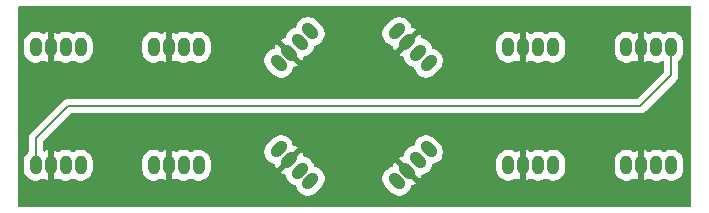
<source format=gbr>
G04 #@! TF.GenerationSoftware,KiCad,Pcbnew,8.0.6*
G04 #@! TF.CreationDate,2025-06-14T18:55:47+01:00*
G04 #@! TF.ProjectId,led-matrix,6c65642d-6d61-4747-9269-782e6b696361,rev?*
G04 #@! TF.SameCoordinates,Original*
G04 #@! TF.FileFunction,Copper,L1,Top*
G04 #@! TF.FilePolarity,Positive*
%FSLAX46Y46*%
G04 Gerber Fmt 4.6, Leading zero omitted, Abs format (unit mm)*
G04 Created by KiCad (PCBNEW 8.0.6) date 2025-06-14 18:55:47*
%MOMM*%
%LPD*%
G01*
G04 APERTURE LIST*
G04 Aperture macros list*
%AMHorizOval*
0 Thick line with rounded ends*
0 $1 width*
0 $2 $3 position (X,Y) of the first rounded end (center of the circle)*
0 $4 $5 position (X,Y) of the second rounded end (center of the circle)*
0 Add line between two ends*
20,1,$1,$2,$3,$4,$5,0*
0 Add two circle primitives to create the rounded ends*
1,1,$1,$2,$3*
1,1,$1,$4,$5*%
G04 Aperture macros list end*
G04 #@! TA.AperFunction,ComponentPad*
%ADD10O,1.000000X1.600000*%
G04 #@! TD*
G04 #@! TA.AperFunction,ComponentPad*
%ADD11HorizOval,1.000000X0.212132X0.212132X-0.212132X-0.212132X0*%
G04 #@! TD*
G04 #@! TA.AperFunction,ComponentPad*
%ADD12HorizOval,1.000000X-0.212132X0.212132X0.212132X-0.212132X0*%
G04 #@! TD*
G04 #@! TA.AperFunction,ViaPad*
%ADD13C,0.600000*%
G04 #@! TD*
G04 #@! TA.AperFunction,Conductor*
%ADD14C,0.200000*%
G04 #@! TD*
G04 APERTURE END LIST*
D10*
X90310000Y-58500000D03*
X89040000Y-58500000D03*
X87770000Y-58500000D03*
X86500000Y-58500000D03*
D11*
X99752038Y-69847038D03*
X98854013Y-68949013D03*
X97955987Y-68050987D03*
X97057962Y-67152962D03*
D10*
X120310000Y-58500000D03*
X119040000Y-58500000D03*
X117770000Y-58500000D03*
X116500000Y-58500000D03*
X120310000Y-68500000D03*
X119040000Y-68500000D03*
X117770000Y-68500000D03*
X116500000Y-68500000D03*
D12*
X109752038Y-67152962D03*
X108854013Y-68050987D03*
X107955987Y-68949013D03*
X107057962Y-69847038D03*
D10*
X80310000Y-58500000D03*
X79040000Y-58500000D03*
X77770000Y-58500000D03*
X76500000Y-58500000D03*
X130310000Y-58500000D03*
X129040000Y-58500000D03*
X127770000Y-58500000D03*
X126500000Y-58500000D03*
X130310000Y-68500000D03*
X129040000Y-68500000D03*
X127770000Y-68500000D03*
X126500000Y-68500000D03*
X80310000Y-68500000D03*
X79040000Y-68500000D03*
X77770000Y-68500000D03*
X76500000Y-68500000D03*
X90310000Y-68500000D03*
X89040000Y-68500000D03*
X87770000Y-68500000D03*
X86500000Y-68500000D03*
D12*
X99752038Y-57152962D03*
X98854013Y-58050987D03*
X97955987Y-58949013D03*
X97057962Y-59847038D03*
D11*
X109752038Y-59847038D03*
X108854013Y-58949013D03*
X107955987Y-58050987D03*
X107057962Y-57152962D03*
D13*
X101950000Y-67850000D03*
X104950000Y-67800000D03*
D14*
X76500000Y-66200000D02*
X76500000Y-68500000D01*
X130310000Y-58500000D02*
X130310000Y-60840000D01*
X79200000Y-63500000D02*
X76500000Y-66200000D01*
X127650000Y-63500000D02*
X79200000Y-63500000D01*
X130310000Y-60840000D02*
X127650000Y-63500000D01*
G04 #@! TA.AperFunction,Conductor*
G36*
X131942539Y-55020185D02*
G01*
X131988294Y-55072989D01*
X131999500Y-55124500D01*
X131999500Y-71875500D01*
X131979815Y-71942539D01*
X131927011Y-71988294D01*
X131875500Y-71999500D01*
X75124500Y-71999500D01*
X75057461Y-71979815D01*
X75011706Y-71927011D01*
X75000500Y-71875500D01*
X75000500Y-68898543D01*
X75499499Y-68898543D01*
X75537947Y-69091829D01*
X75537950Y-69091839D01*
X75613364Y-69273907D01*
X75613371Y-69273920D01*
X75722860Y-69437781D01*
X75722863Y-69437785D01*
X75862214Y-69577136D01*
X75862218Y-69577139D01*
X76026079Y-69686628D01*
X76026092Y-69686635D01*
X76207001Y-69761569D01*
X76208165Y-69762051D01*
X76208169Y-69762051D01*
X76208170Y-69762052D01*
X76401456Y-69800500D01*
X76401459Y-69800500D01*
X76598543Y-69800500D01*
X76752567Y-69769862D01*
X76791835Y-69762051D01*
X76973914Y-69686632D01*
X76973919Y-69686628D01*
X76973922Y-69686627D01*
X76998560Y-69670164D01*
X77066559Y-69624728D01*
X77133234Y-69603850D01*
X77200614Y-69622334D01*
X77204341Y-69624728D01*
X77296321Y-69686188D01*
X77296328Y-69686192D01*
X77478308Y-69761569D01*
X77520000Y-69769862D01*
X77520000Y-68846409D01*
X77605956Y-68896037D01*
X77714048Y-68925000D01*
X77825952Y-68925000D01*
X77934044Y-68896037D01*
X78020000Y-68846409D01*
X78020000Y-69769862D01*
X78061690Y-69761569D01*
X78061692Y-69761569D01*
X78243673Y-69686191D01*
X78243676Y-69686189D01*
X78335657Y-69624729D01*
X78402334Y-69603850D01*
X78469715Y-69622334D01*
X78473440Y-69624728D01*
X78566079Y-69686628D01*
X78566092Y-69686635D01*
X78747001Y-69761569D01*
X78748165Y-69762051D01*
X78748169Y-69762051D01*
X78748170Y-69762052D01*
X78941456Y-69800500D01*
X78941459Y-69800500D01*
X79138543Y-69800500D01*
X79292567Y-69769862D01*
X79331835Y-69762051D01*
X79513914Y-69686632D01*
X79606109Y-69625029D01*
X79672786Y-69604151D01*
X79740166Y-69622635D01*
X79743891Y-69625029D01*
X79835423Y-69686189D01*
X79836086Y-69686632D01*
X79836088Y-69686633D01*
X79836092Y-69686635D01*
X80017001Y-69761569D01*
X80018165Y-69762051D01*
X80018169Y-69762051D01*
X80018170Y-69762052D01*
X80211456Y-69800500D01*
X80211459Y-69800500D01*
X80408543Y-69800500D01*
X80562567Y-69769862D01*
X80601835Y-69762051D01*
X80783914Y-69686632D01*
X80784579Y-69686188D01*
X80786114Y-69685161D01*
X80947782Y-69577139D01*
X81087139Y-69437782D01*
X81196632Y-69273914D01*
X81272051Y-69091835D01*
X81305237Y-68925000D01*
X81310500Y-68898543D01*
X85499499Y-68898543D01*
X85537947Y-69091829D01*
X85537950Y-69091839D01*
X85613364Y-69273907D01*
X85613371Y-69273920D01*
X85722860Y-69437781D01*
X85722863Y-69437785D01*
X85862214Y-69577136D01*
X85862218Y-69577139D01*
X86026079Y-69686628D01*
X86026092Y-69686635D01*
X86207001Y-69761569D01*
X86208165Y-69762051D01*
X86208169Y-69762051D01*
X86208170Y-69762052D01*
X86401456Y-69800500D01*
X86401459Y-69800500D01*
X86598543Y-69800500D01*
X86752567Y-69769862D01*
X86791835Y-69762051D01*
X86973914Y-69686632D01*
X86973919Y-69686628D01*
X86973922Y-69686627D01*
X86998560Y-69670164D01*
X87066559Y-69624728D01*
X87133234Y-69603850D01*
X87200614Y-69622334D01*
X87204341Y-69624728D01*
X87296321Y-69686188D01*
X87296328Y-69686192D01*
X87478308Y-69761569D01*
X87520000Y-69769862D01*
X87520000Y-68846409D01*
X87605956Y-68896037D01*
X87714048Y-68925000D01*
X87825952Y-68925000D01*
X87934044Y-68896037D01*
X88020000Y-68846409D01*
X88020000Y-69769862D01*
X88061690Y-69761569D01*
X88061692Y-69761569D01*
X88243673Y-69686191D01*
X88243676Y-69686189D01*
X88335657Y-69624729D01*
X88402334Y-69603850D01*
X88469715Y-69622334D01*
X88473440Y-69624728D01*
X88566079Y-69686628D01*
X88566092Y-69686635D01*
X88747001Y-69761569D01*
X88748165Y-69762051D01*
X88748169Y-69762051D01*
X88748170Y-69762052D01*
X88941456Y-69800500D01*
X88941459Y-69800500D01*
X89138543Y-69800500D01*
X89292567Y-69769862D01*
X89331835Y-69762051D01*
X89513914Y-69686632D01*
X89606109Y-69625029D01*
X89672786Y-69604151D01*
X89740166Y-69622635D01*
X89743891Y-69625029D01*
X89835423Y-69686189D01*
X89836086Y-69686632D01*
X89836088Y-69686633D01*
X89836092Y-69686635D01*
X90017001Y-69761569D01*
X90018165Y-69762051D01*
X90018169Y-69762051D01*
X90018170Y-69762052D01*
X90211456Y-69800500D01*
X90211459Y-69800500D01*
X90408543Y-69800500D01*
X90562567Y-69769862D01*
X90601835Y-69762051D01*
X90783914Y-69686632D01*
X90784579Y-69686188D01*
X90786114Y-69685161D01*
X90947782Y-69577139D01*
X91087139Y-69437782D01*
X91196632Y-69273914D01*
X91272051Y-69091835D01*
X91305237Y-68925000D01*
X91310500Y-68898543D01*
X91310500Y-68101456D01*
X91272052Y-67908170D01*
X91272051Y-67908169D01*
X91272051Y-67908165D01*
X91243408Y-67839014D01*
X91196635Y-67726092D01*
X91196628Y-67726079D01*
X91087139Y-67562218D01*
X91087136Y-67562214D01*
X90947785Y-67422863D01*
X90947781Y-67422860D01*
X90783920Y-67313371D01*
X90783907Y-67313364D01*
X90670884Y-67266549D01*
X95845330Y-67266549D01*
X95845330Y-67463638D01*
X95883777Y-67656922D01*
X95883779Y-67656930D01*
X95959197Y-67839004D01*
X95959202Y-67839014D01*
X96068690Y-68002874D01*
X96068693Y-68002878D01*
X96208045Y-68142230D01*
X96208049Y-68142233D01*
X96371909Y-68251721D01*
X96371913Y-68251723D01*
X96371916Y-68251725D01*
X96553994Y-68327145D01*
X96663277Y-68348882D01*
X96725186Y-68381266D01*
X96759760Y-68441982D01*
X96760701Y-68446307D01*
X96782282Y-68554802D01*
X96782285Y-68554812D01*
X96857663Y-68736792D01*
X96857664Y-68736794D01*
X96881280Y-68772138D01*
X97534261Y-68119158D01*
X97559950Y-68215031D01*
X97615903Y-68311943D01*
X97695031Y-68391071D01*
X97791943Y-68447024D01*
X97887814Y-68472712D01*
X97234834Y-69125691D01*
X97270183Y-69149311D01*
X97452162Y-69224688D01*
X97452166Y-69224689D01*
X97560664Y-69246270D01*
X97622575Y-69278655D01*
X97657150Y-69339370D01*
X97658091Y-69343696D01*
X97679828Y-69452975D01*
X97679830Y-69452981D01*
X97755248Y-69635055D01*
X97755253Y-69635065D01*
X97864741Y-69798925D01*
X97864744Y-69798929D01*
X98004096Y-69938281D01*
X98004100Y-69938284D01*
X98167960Y-70047772D01*
X98167964Y-70047774D01*
X98167967Y-70047776D01*
X98350045Y-70123196D01*
X98447761Y-70142633D01*
X98458796Y-70144828D01*
X98520707Y-70177212D01*
X98555281Y-70237928D01*
X98556222Y-70242253D01*
X98577853Y-70351000D01*
X98577855Y-70351006D01*
X98653273Y-70533080D01*
X98653278Y-70533090D01*
X98762766Y-70696950D01*
X98762769Y-70696954D01*
X98902121Y-70836306D01*
X98902125Y-70836309D01*
X99065985Y-70945797D01*
X99065989Y-70945799D01*
X99065992Y-70945801D01*
X99248070Y-71021221D01*
X99441361Y-71059669D01*
X99441364Y-71059670D01*
X99441366Y-71059670D01*
X99638448Y-71059670D01*
X99638449Y-71059669D01*
X99831742Y-71021221D01*
X100013820Y-70945801D01*
X100177687Y-70836309D01*
X100741309Y-70272687D01*
X100850801Y-70108820D01*
X100926221Y-69926742D01*
X100964670Y-69733446D01*
X100964670Y-69536366D01*
X100964670Y-69536363D01*
X100964669Y-69536361D01*
X105845330Y-69536361D01*
X105845330Y-69733450D01*
X105883777Y-69926734D01*
X105883779Y-69926742D01*
X105959197Y-70108816D01*
X105959202Y-70108826D01*
X106068690Y-70272686D01*
X106068693Y-70272690D01*
X106632309Y-70836306D01*
X106632313Y-70836309D01*
X106796173Y-70945797D01*
X106796177Y-70945799D01*
X106796180Y-70945801D01*
X106978258Y-71021221D01*
X107171549Y-71059669D01*
X107171552Y-71059670D01*
X107171554Y-71059670D01*
X107368636Y-71059670D01*
X107368637Y-71059669D01*
X107561930Y-71021221D01*
X107744008Y-70945801D01*
X107907875Y-70836309D01*
X108047233Y-70696951D01*
X108156725Y-70533084D01*
X108232145Y-70351006D01*
X108253883Y-70241719D01*
X108286266Y-70179813D01*
X108346981Y-70145238D01*
X108351309Y-70144296D01*
X108459808Y-70122715D01*
X108459811Y-70122714D01*
X108641795Y-70047335D01*
X108641799Y-70047332D01*
X108677138Y-70023718D01*
X108677139Y-70023717D01*
X108024159Y-69370738D01*
X108120031Y-69345050D01*
X108216943Y-69289097D01*
X108296071Y-69209969D01*
X108352024Y-69113057D01*
X108377712Y-69017185D01*
X109030691Y-69670165D01*
X109030692Y-69670164D01*
X109054306Y-69634825D01*
X109054309Y-69634821D01*
X109129688Y-69452837D01*
X109129691Y-69452825D01*
X109151272Y-69344333D01*
X109183656Y-69282422D01*
X109244372Y-69247848D01*
X109248615Y-69246924D01*
X109357981Y-69225170D01*
X109540059Y-69149750D01*
X109703926Y-69040258D01*
X109843284Y-68900900D01*
X109844859Y-68898543D01*
X115499499Y-68898543D01*
X115537947Y-69091829D01*
X115537950Y-69091839D01*
X115613364Y-69273907D01*
X115613371Y-69273920D01*
X115722860Y-69437781D01*
X115722863Y-69437785D01*
X115862214Y-69577136D01*
X115862218Y-69577139D01*
X116026079Y-69686628D01*
X116026092Y-69686635D01*
X116207001Y-69761569D01*
X116208165Y-69762051D01*
X116208169Y-69762051D01*
X116208170Y-69762052D01*
X116401456Y-69800500D01*
X116401459Y-69800500D01*
X116598543Y-69800500D01*
X116752567Y-69769862D01*
X116791835Y-69762051D01*
X116973914Y-69686632D01*
X116973919Y-69686628D01*
X116973922Y-69686627D01*
X116998560Y-69670164D01*
X117066559Y-69624728D01*
X117133234Y-69603850D01*
X117200614Y-69622334D01*
X117204341Y-69624728D01*
X117296321Y-69686188D01*
X117296328Y-69686192D01*
X117478308Y-69761569D01*
X117520000Y-69769862D01*
X117520000Y-68846409D01*
X117605956Y-68896037D01*
X117714048Y-68925000D01*
X117825952Y-68925000D01*
X117934044Y-68896037D01*
X118020000Y-68846409D01*
X118020000Y-69769862D01*
X118061690Y-69761569D01*
X118061692Y-69761569D01*
X118243673Y-69686191D01*
X118243676Y-69686189D01*
X118335657Y-69624729D01*
X118402334Y-69603850D01*
X118469715Y-69622334D01*
X118473440Y-69624728D01*
X118566079Y-69686628D01*
X118566092Y-69686635D01*
X118747001Y-69761569D01*
X118748165Y-69762051D01*
X118748169Y-69762051D01*
X118748170Y-69762052D01*
X118941456Y-69800500D01*
X118941459Y-69800500D01*
X119138543Y-69800500D01*
X119292567Y-69769862D01*
X119331835Y-69762051D01*
X119513914Y-69686632D01*
X119606109Y-69625029D01*
X119672786Y-69604151D01*
X119740166Y-69622635D01*
X119743891Y-69625029D01*
X119835423Y-69686189D01*
X119836086Y-69686632D01*
X119836088Y-69686633D01*
X119836092Y-69686635D01*
X120017001Y-69761569D01*
X120018165Y-69762051D01*
X120018169Y-69762051D01*
X120018170Y-69762052D01*
X120211456Y-69800500D01*
X120211459Y-69800500D01*
X120408543Y-69800500D01*
X120562567Y-69769862D01*
X120601835Y-69762051D01*
X120783914Y-69686632D01*
X120784579Y-69686188D01*
X120786114Y-69685161D01*
X120947782Y-69577139D01*
X121087139Y-69437782D01*
X121196632Y-69273914D01*
X121272051Y-69091835D01*
X121305237Y-68925000D01*
X121310500Y-68898543D01*
X125499499Y-68898543D01*
X125537947Y-69091829D01*
X125537950Y-69091839D01*
X125613364Y-69273907D01*
X125613371Y-69273920D01*
X125722860Y-69437781D01*
X125722863Y-69437785D01*
X125862214Y-69577136D01*
X125862218Y-69577139D01*
X126026079Y-69686628D01*
X126026092Y-69686635D01*
X126207001Y-69761569D01*
X126208165Y-69762051D01*
X126208169Y-69762051D01*
X126208170Y-69762052D01*
X126401456Y-69800500D01*
X126401459Y-69800500D01*
X126598543Y-69800500D01*
X126752567Y-69769862D01*
X126791835Y-69762051D01*
X126973914Y-69686632D01*
X126973919Y-69686628D01*
X126973922Y-69686627D01*
X126998560Y-69670164D01*
X127066559Y-69624728D01*
X127133234Y-69603850D01*
X127200614Y-69622334D01*
X127204341Y-69624728D01*
X127296321Y-69686188D01*
X127296328Y-69686192D01*
X127478308Y-69761569D01*
X127520000Y-69769862D01*
X127520000Y-68846409D01*
X127605956Y-68896037D01*
X127714048Y-68925000D01*
X127825952Y-68925000D01*
X127934044Y-68896037D01*
X128020000Y-68846409D01*
X128020000Y-69769862D01*
X128061690Y-69761569D01*
X128061692Y-69761569D01*
X128243673Y-69686191D01*
X128243676Y-69686189D01*
X128335657Y-69624729D01*
X128402334Y-69603850D01*
X128469715Y-69622334D01*
X128473440Y-69624728D01*
X128566079Y-69686628D01*
X128566092Y-69686635D01*
X128747001Y-69761569D01*
X128748165Y-69762051D01*
X128748169Y-69762051D01*
X128748170Y-69762052D01*
X128941456Y-69800500D01*
X128941459Y-69800500D01*
X129138543Y-69800500D01*
X129292567Y-69769862D01*
X129331835Y-69762051D01*
X129513914Y-69686632D01*
X129606109Y-69625029D01*
X129672786Y-69604151D01*
X129740166Y-69622635D01*
X129743891Y-69625029D01*
X129835423Y-69686189D01*
X129836086Y-69686632D01*
X129836088Y-69686633D01*
X129836092Y-69686635D01*
X130017001Y-69761569D01*
X130018165Y-69762051D01*
X130018169Y-69762051D01*
X130018170Y-69762052D01*
X130211456Y-69800500D01*
X130211459Y-69800500D01*
X130408543Y-69800500D01*
X130562567Y-69769862D01*
X130601835Y-69762051D01*
X130783914Y-69686632D01*
X130784579Y-69686188D01*
X130786114Y-69685161D01*
X130947782Y-69577139D01*
X131087139Y-69437782D01*
X131196632Y-69273914D01*
X131272051Y-69091835D01*
X131305237Y-68925000D01*
X131310500Y-68898543D01*
X131310500Y-68101456D01*
X131272052Y-67908170D01*
X131272051Y-67908169D01*
X131272051Y-67908165D01*
X131243408Y-67839014D01*
X131196635Y-67726092D01*
X131196628Y-67726079D01*
X131087139Y-67562218D01*
X131087136Y-67562214D01*
X130947785Y-67422863D01*
X130947781Y-67422860D01*
X130783920Y-67313371D01*
X130783907Y-67313364D01*
X130601839Y-67237950D01*
X130601829Y-67237947D01*
X130408543Y-67199500D01*
X130408541Y-67199500D01*
X130211459Y-67199500D01*
X130211457Y-67199500D01*
X130018170Y-67237947D01*
X130018160Y-67237950D01*
X129836089Y-67313366D01*
X129743890Y-67374971D01*
X129677213Y-67395848D01*
X129609833Y-67377363D01*
X129606110Y-67374971D01*
X129579740Y-67357352D01*
X129513914Y-67313368D01*
X129513911Y-67313366D01*
X129513910Y-67313366D01*
X129331839Y-67237950D01*
X129331829Y-67237947D01*
X129138543Y-67199500D01*
X129138541Y-67199500D01*
X128941459Y-67199500D01*
X128941457Y-67199500D01*
X128748170Y-67237947D01*
X128748160Y-67237950D01*
X128566093Y-67313364D01*
X128566082Y-67313370D01*
X128473440Y-67375271D01*
X128406762Y-67396148D01*
X128339382Y-67377663D01*
X128335659Y-67375270D01*
X128243684Y-67313814D01*
X128243671Y-67313807D01*
X128061691Y-67238429D01*
X128061683Y-67238427D01*
X128020000Y-67230135D01*
X128020000Y-68153590D01*
X127934044Y-68103963D01*
X127825952Y-68075000D01*
X127714048Y-68075000D01*
X127605956Y-68103963D01*
X127520000Y-68153590D01*
X127520000Y-67230136D01*
X127519999Y-67230135D01*
X127478316Y-67238427D01*
X127478308Y-67238429D01*
X127296325Y-67313809D01*
X127204339Y-67375271D01*
X127137661Y-67396148D01*
X127070281Y-67377663D01*
X127066559Y-67375271D01*
X127034552Y-67353885D01*
X126973914Y-67313368D01*
X126973911Y-67313366D01*
X126973910Y-67313366D01*
X126791839Y-67237950D01*
X126791829Y-67237947D01*
X126598543Y-67199500D01*
X126598541Y-67199500D01*
X126401459Y-67199500D01*
X126401457Y-67199500D01*
X126208170Y-67237947D01*
X126208160Y-67237950D01*
X126026092Y-67313364D01*
X126026079Y-67313371D01*
X125862218Y-67422860D01*
X125862214Y-67422863D01*
X125722863Y-67562214D01*
X125722860Y-67562218D01*
X125613371Y-67726079D01*
X125613364Y-67726092D01*
X125537950Y-67908160D01*
X125537947Y-67908170D01*
X125499500Y-68101456D01*
X125499500Y-68101459D01*
X125499500Y-68898541D01*
X125499500Y-68898543D01*
X125499499Y-68898543D01*
X121310500Y-68898543D01*
X121310500Y-68101456D01*
X121272052Y-67908170D01*
X121272051Y-67908169D01*
X121272051Y-67908165D01*
X121243408Y-67839014D01*
X121196635Y-67726092D01*
X121196628Y-67726079D01*
X121087139Y-67562218D01*
X121087136Y-67562214D01*
X120947785Y-67422863D01*
X120947781Y-67422860D01*
X120783920Y-67313371D01*
X120783907Y-67313364D01*
X120601839Y-67237950D01*
X120601829Y-67237947D01*
X120408543Y-67199500D01*
X120408541Y-67199500D01*
X120211459Y-67199500D01*
X120211457Y-67199500D01*
X120018170Y-67237947D01*
X120018160Y-67237950D01*
X119836089Y-67313366D01*
X119743890Y-67374971D01*
X119677213Y-67395848D01*
X119609833Y-67377363D01*
X119606110Y-67374971D01*
X119579740Y-67357352D01*
X119513914Y-67313368D01*
X119513911Y-67313366D01*
X119513910Y-67313366D01*
X119331839Y-67237950D01*
X119331829Y-67237947D01*
X119138543Y-67199500D01*
X119138541Y-67199500D01*
X118941459Y-67199500D01*
X118941457Y-67199500D01*
X118748170Y-67237947D01*
X118748160Y-67237950D01*
X118566093Y-67313364D01*
X118566082Y-67313370D01*
X118473440Y-67375271D01*
X118406762Y-67396148D01*
X118339382Y-67377663D01*
X118335659Y-67375270D01*
X118243684Y-67313814D01*
X118243671Y-67313807D01*
X118061691Y-67238429D01*
X118061683Y-67238427D01*
X118020000Y-67230135D01*
X118020000Y-68153590D01*
X117934044Y-68103963D01*
X117825952Y-68075000D01*
X117714048Y-68075000D01*
X117605956Y-68103963D01*
X117520000Y-68153590D01*
X117520000Y-67230136D01*
X117519999Y-67230135D01*
X117478316Y-67238427D01*
X117478308Y-67238429D01*
X117296325Y-67313809D01*
X117204339Y-67375271D01*
X117137661Y-67396148D01*
X117070281Y-67377663D01*
X117066559Y-67375271D01*
X117034552Y-67353885D01*
X116973914Y-67313368D01*
X116973911Y-67313366D01*
X116973910Y-67313366D01*
X116791839Y-67237950D01*
X116791829Y-67237947D01*
X116598543Y-67199500D01*
X116598541Y-67199500D01*
X116401459Y-67199500D01*
X116401457Y-67199500D01*
X116208170Y-67237947D01*
X116208160Y-67237950D01*
X116026092Y-67313364D01*
X116026079Y-67313371D01*
X115862218Y-67422860D01*
X115862214Y-67422863D01*
X115722863Y-67562214D01*
X115722860Y-67562218D01*
X115613371Y-67726079D01*
X115613364Y-67726092D01*
X115537950Y-67908160D01*
X115537947Y-67908170D01*
X115499500Y-68101456D01*
X115499500Y-68101459D01*
X115499500Y-68898541D01*
X115499500Y-68898543D01*
X115499499Y-68898543D01*
X109844859Y-68898543D01*
X109952776Y-68737033D01*
X110028196Y-68554955D01*
X110049828Y-68446199D01*
X110082212Y-68384292D01*
X110142928Y-68349718D01*
X110147198Y-68348788D01*
X110256006Y-68327145D01*
X110438084Y-68251725D01*
X110601951Y-68142233D01*
X110741309Y-68002875D01*
X110850801Y-67839008D01*
X110926221Y-67656930D01*
X110964670Y-67463634D01*
X110964670Y-67266554D01*
X110964670Y-67266551D01*
X110964669Y-67266549D01*
X110926222Y-67073265D01*
X110926221Y-67073258D01*
X110850801Y-66891180D01*
X110850799Y-66891177D01*
X110850797Y-66891173D01*
X110741309Y-66727313D01*
X110741306Y-66727309D01*
X110177690Y-66163693D01*
X110177686Y-66163690D01*
X110013826Y-66054202D01*
X110013816Y-66054197D01*
X109831742Y-65978779D01*
X109831734Y-65978777D01*
X109638449Y-65940330D01*
X109638446Y-65940330D01*
X109441366Y-65940330D01*
X109441363Y-65940330D01*
X109248077Y-65978777D01*
X109248069Y-65978779D01*
X109065995Y-66054197D01*
X109065985Y-66054202D01*
X108902125Y-66163690D01*
X108902121Y-66163693D01*
X108762769Y-66303045D01*
X108762766Y-66303049D01*
X108653278Y-66466909D01*
X108653273Y-66466919D01*
X108577855Y-66648993D01*
X108577853Y-66648999D01*
X108556222Y-66757746D01*
X108523837Y-66819657D01*
X108463121Y-66854231D01*
X108458797Y-66855171D01*
X108350050Y-66876802D01*
X108350044Y-66876804D01*
X108167970Y-66952222D01*
X108167960Y-66952227D01*
X108004100Y-67061715D01*
X108004096Y-67061718D01*
X107864744Y-67201070D01*
X107864741Y-67201074D01*
X107755253Y-67364934D01*
X107755248Y-67364944D01*
X107679830Y-67547018D01*
X107679828Y-67547024D01*
X107658091Y-67656302D01*
X107625706Y-67718213D01*
X107564990Y-67752787D01*
X107560666Y-67753727D01*
X107452171Y-67775308D01*
X107452165Y-67775310D01*
X107270180Y-67850690D01*
X107270173Y-67850694D01*
X107234834Y-67874307D01*
X107234833Y-67874307D01*
X107887814Y-68527287D01*
X107791943Y-68552976D01*
X107695031Y-68608929D01*
X107615903Y-68688057D01*
X107559950Y-68784969D01*
X107534261Y-68880840D01*
X106881281Y-68227859D01*
X106881281Y-68227860D01*
X106857668Y-68263199D01*
X106857664Y-68263206D01*
X106782284Y-68445191D01*
X106782282Y-68445197D01*
X106760701Y-68553692D01*
X106728316Y-68615603D01*
X106667600Y-68650177D01*
X106663275Y-68651117D01*
X106554001Y-68672853D01*
X106553993Y-68672855D01*
X106371919Y-68748273D01*
X106371909Y-68748278D01*
X106208049Y-68857766D01*
X106208045Y-68857769D01*
X106068693Y-68997121D01*
X106068690Y-68997125D01*
X105959202Y-69160985D01*
X105959197Y-69160995D01*
X105883779Y-69343069D01*
X105883777Y-69343077D01*
X105845330Y-69536361D01*
X100964669Y-69536361D01*
X100948055Y-69452837D01*
X100926221Y-69343070D01*
X100850801Y-69160992D01*
X100850799Y-69160989D01*
X100850797Y-69160985D01*
X100741309Y-68997125D01*
X100741306Y-68997121D01*
X100601954Y-68857769D01*
X100601950Y-68857766D01*
X100438090Y-68748278D01*
X100438080Y-68748273D01*
X100256006Y-68672855D01*
X100256000Y-68672853D01*
X100147253Y-68651222D01*
X100085342Y-68618837D01*
X100050768Y-68558121D01*
X100049828Y-68553796D01*
X100034480Y-68476636D01*
X100028196Y-68445045D01*
X99952776Y-68262967D01*
X99952774Y-68262964D01*
X99952772Y-68262960D01*
X99843284Y-68099100D01*
X99843281Y-68099096D01*
X99703929Y-67959744D01*
X99703925Y-67959741D01*
X99540065Y-67850253D01*
X99540055Y-67850248D01*
X99357981Y-67774830D01*
X99357975Y-67774828D01*
X99248696Y-67753091D01*
X99186785Y-67720706D01*
X99152211Y-67659990D01*
X99151270Y-67655664D01*
X99129689Y-67547166D01*
X99129688Y-67547162D01*
X99054311Y-67365183D01*
X99030691Y-67329834D01*
X98377712Y-67982813D01*
X98352024Y-67886943D01*
X98296071Y-67790031D01*
X98216943Y-67710903D01*
X98120031Y-67654950D01*
X98024159Y-67629261D01*
X98677139Y-66976281D01*
X98641794Y-66952664D01*
X98641792Y-66952663D01*
X98459812Y-66877285D01*
X98459802Y-66877282D01*
X98351307Y-66855701D01*
X98289396Y-66823316D01*
X98254822Y-66762600D01*
X98253894Y-66758336D01*
X98232145Y-66648994D01*
X98156725Y-66466916D01*
X98156723Y-66466913D01*
X98156721Y-66466909D01*
X98047233Y-66303049D01*
X98047230Y-66303045D01*
X97907878Y-66163693D01*
X97907874Y-66163690D01*
X97744014Y-66054202D01*
X97744004Y-66054197D01*
X97561930Y-65978779D01*
X97561922Y-65978777D01*
X97368637Y-65940330D01*
X97368634Y-65940330D01*
X97171554Y-65940330D01*
X97171551Y-65940330D01*
X96978265Y-65978777D01*
X96978257Y-65978779D01*
X96796183Y-66054197D01*
X96796173Y-66054202D01*
X96632313Y-66163690D01*
X96632309Y-66163693D01*
X96068693Y-66727309D01*
X96068690Y-66727313D01*
X95959202Y-66891173D01*
X95959197Y-66891183D01*
X95883779Y-67073257D01*
X95883777Y-67073265D01*
X95845330Y-67266549D01*
X90670884Y-67266549D01*
X90601839Y-67237950D01*
X90601829Y-67237947D01*
X90408543Y-67199500D01*
X90408541Y-67199500D01*
X90211459Y-67199500D01*
X90211457Y-67199500D01*
X90018170Y-67237947D01*
X90018160Y-67237950D01*
X89836089Y-67313366D01*
X89743890Y-67374971D01*
X89677213Y-67395848D01*
X89609833Y-67377363D01*
X89606110Y-67374971D01*
X89579740Y-67357352D01*
X89513914Y-67313368D01*
X89513911Y-67313366D01*
X89513910Y-67313366D01*
X89331839Y-67237950D01*
X89331829Y-67237947D01*
X89138543Y-67199500D01*
X89138541Y-67199500D01*
X88941459Y-67199500D01*
X88941457Y-67199500D01*
X88748170Y-67237947D01*
X88748160Y-67237950D01*
X88566093Y-67313364D01*
X88566082Y-67313370D01*
X88473440Y-67375271D01*
X88406762Y-67396148D01*
X88339382Y-67377663D01*
X88335659Y-67375270D01*
X88243684Y-67313814D01*
X88243671Y-67313807D01*
X88061691Y-67238429D01*
X88061683Y-67238427D01*
X88020000Y-67230135D01*
X88020000Y-68153590D01*
X87934044Y-68103963D01*
X87825952Y-68075000D01*
X87714048Y-68075000D01*
X87605956Y-68103963D01*
X87520000Y-68153590D01*
X87520000Y-67230136D01*
X87519999Y-67230135D01*
X87478316Y-67238427D01*
X87478308Y-67238429D01*
X87296325Y-67313809D01*
X87204339Y-67375271D01*
X87137661Y-67396148D01*
X87070281Y-67377663D01*
X87066559Y-67375271D01*
X87034552Y-67353885D01*
X86973914Y-67313368D01*
X86973911Y-67313366D01*
X86973910Y-67313366D01*
X86791839Y-67237950D01*
X86791829Y-67237947D01*
X86598543Y-67199500D01*
X86598541Y-67199500D01*
X86401459Y-67199500D01*
X86401457Y-67199500D01*
X86208170Y-67237947D01*
X86208160Y-67237950D01*
X86026092Y-67313364D01*
X86026079Y-67313371D01*
X85862218Y-67422860D01*
X85862214Y-67422863D01*
X85722863Y-67562214D01*
X85722860Y-67562218D01*
X85613371Y-67726079D01*
X85613364Y-67726092D01*
X85537950Y-67908160D01*
X85537947Y-67908170D01*
X85499500Y-68101456D01*
X85499500Y-68101459D01*
X85499500Y-68898541D01*
X85499500Y-68898543D01*
X85499499Y-68898543D01*
X81310500Y-68898543D01*
X81310500Y-68101456D01*
X81272052Y-67908170D01*
X81272051Y-67908169D01*
X81272051Y-67908165D01*
X81243408Y-67839014D01*
X81196635Y-67726092D01*
X81196628Y-67726079D01*
X81087139Y-67562218D01*
X81087136Y-67562214D01*
X80947785Y-67422863D01*
X80947781Y-67422860D01*
X80783920Y-67313371D01*
X80783907Y-67313364D01*
X80601839Y-67237950D01*
X80601829Y-67237947D01*
X80408543Y-67199500D01*
X80408541Y-67199500D01*
X80211459Y-67199500D01*
X80211457Y-67199500D01*
X80018170Y-67237947D01*
X80018160Y-67237950D01*
X79836089Y-67313366D01*
X79743890Y-67374971D01*
X79677213Y-67395848D01*
X79609833Y-67377363D01*
X79606110Y-67374971D01*
X79579740Y-67357352D01*
X79513914Y-67313368D01*
X79513911Y-67313366D01*
X79513910Y-67313366D01*
X79331839Y-67237950D01*
X79331829Y-67237947D01*
X79138543Y-67199500D01*
X79138541Y-67199500D01*
X78941459Y-67199500D01*
X78941457Y-67199500D01*
X78748170Y-67237947D01*
X78748160Y-67237950D01*
X78566093Y-67313364D01*
X78566082Y-67313370D01*
X78473440Y-67375271D01*
X78406762Y-67396148D01*
X78339382Y-67377663D01*
X78335659Y-67375270D01*
X78243684Y-67313814D01*
X78243671Y-67313807D01*
X78061691Y-67238429D01*
X78061683Y-67238427D01*
X78020000Y-67230135D01*
X78020000Y-68153590D01*
X77934044Y-68103963D01*
X77825952Y-68075000D01*
X77714048Y-68075000D01*
X77605956Y-68103963D01*
X77520000Y-68153590D01*
X77520000Y-67230136D01*
X77519999Y-67230135D01*
X77478316Y-67238427D01*
X77478308Y-67238429D01*
X77296324Y-67313809D01*
X77293387Y-67315772D01*
X77291614Y-67316326D01*
X77290952Y-67316681D01*
X77290884Y-67316555D01*
X77226709Y-67336647D01*
X77159329Y-67318160D01*
X77112641Y-67266179D01*
X77100500Y-67212667D01*
X77100500Y-66500097D01*
X77120185Y-66433058D01*
X77136819Y-66412416D01*
X79412417Y-64136819D01*
X79473740Y-64103334D01*
X79500098Y-64100500D01*
X127563331Y-64100500D01*
X127563347Y-64100501D01*
X127570943Y-64100501D01*
X127729054Y-64100501D01*
X127729057Y-64100501D01*
X127881785Y-64059577D01*
X127931904Y-64030639D01*
X128018716Y-63980520D01*
X128130520Y-63868716D01*
X128130520Y-63868714D01*
X128140728Y-63858507D01*
X128140730Y-63858504D01*
X130678713Y-61320521D01*
X130678716Y-61320520D01*
X130790520Y-61208716D01*
X130840639Y-61121904D01*
X130869577Y-61071785D01*
X130910500Y-60919057D01*
X130910500Y-60760943D01*
X130910500Y-59665784D01*
X130930185Y-59598745D01*
X130946819Y-59578103D01*
X131087136Y-59437785D01*
X131087139Y-59437782D01*
X131196632Y-59273914D01*
X131272051Y-59091835D01*
X131305237Y-58925000D01*
X131310500Y-58898543D01*
X131310500Y-58101456D01*
X131272052Y-57908170D01*
X131272051Y-57908169D01*
X131272051Y-57908165D01*
X131243408Y-57839014D01*
X131196635Y-57726092D01*
X131196628Y-57726079D01*
X131087139Y-57562218D01*
X131087136Y-57562214D01*
X130947785Y-57422863D01*
X130947781Y-57422860D01*
X130783920Y-57313371D01*
X130783907Y-57313364D01*
X130601839Y-57237950D01*
X130601829Y-57237947D01*
X130408543Y-57199500D01*
X130408541Y-57199500D01*
X130211459Y-57199500D01*
X130211457Y-57199500D01*
X130018170Y-57237947D01*
X130018160Y-57237950D01*
X129836089Y-57313366D01*
X129743890Y-57374971D01*
X129677213Y-57395848D01*
X129609833Y-57377363D01*
X129606110Y-57374971D01*
X129538557Y-57329834D01*
X129513914Y-57313368D01*
X129513911Y-57313366D01*
X129513910Y-57313366D01*
X129331839Y-57237950D01*
X129331829Y-57237947D01*
X129138543Y-57199500D01*
X129138541Y-57199500D01*
X128941459Y-57199500D01*
X128941457Y-57199500D01*
X128748170Y-57237947D01*
X128748160Y-57237950D01*
X128566093Y-57313364D01*
X128566082Y-57313370D01*
X128473440Y-57375271D01*
X128406762Y-57396148D01*
X128339382Y-57377663D01*
X128335659Y-57375270D01*
X128243684Y-57313814D01*
X128243671Y-57313807D01*
X128061691Y-57238429D01*
X128061683Y-57238427D01*
X128020000Y-57230135D01*
X128020000Y-58153590D01*
X127934044Y-58103963D01*
X127825952Y-58075000D01*
X127714048Y-58075000D01*
X127605956Y-58103963D01*
X127520000Y-58153590D01*
X127520000Y-57230136D01*
X127519999Y-57230135D01*
X127478316Y-57238427D01*
X127478308Y-57238429D01*
X127296325Y-57313809D01*
X127204339Y-57375271D01*
X127137661Y-57396148D01*
X127070281Y-57377663D01*
X127066559Y-57375271D01*
X126998557Y-57329834D01*
X126973914Y-57313368D01*
X126973911Y-57313366D01*
X126973910Y-57313366D01*
X126791839Y-57237950D01*
X126791829Y-57237947D01*
X126598543Y-57199500D01*
X126598541Y-57199500D01*
X126401459Y-57199500D01*
X126401457Y-57199500D01*
X126208170Y-57237947D01*
X126208160Y-57237950D01*
X126026092Y-57313364D01*
X126026079Y-57313371D01*
X125862218Y-57422860D01*
X125862214Y-57422863D01*
X125722863Y-57562214D01*
X125722860Y-57562218D01*
X125613371Y-57726079D01*
X125613364Y-57726092D01*
X125537950Y-57908160D01*
X125537947Y-57908170D01*
X125499500Y-58101456D01*
X125499500Y-58101459D01*
X125499500Y-58898541D01*
X125499500Y-58898543D01*
X125499499Y-58898543D01*
X125537947Y-59091829D01*
X125537950Y-59091839D01*
X125613364Y-59273907D01*
X125613371Y-59273920D01*
X125722860Y-59437781D01*
X125722863Y-59437785D01*
X125862214Y-59577136D01*
X125862218Y-59577139D01*
X126026079Y-59686628D01*
X126026092Y-59686635D01*
X126207001Y-59761569D01*
X126208165Y-59762051D01*
X126208169Y-59762051D01*
X126208170Y-59762052D01*
X126401456Y-59800500D01*
X126401459Y-59800500D01*
X126598543Y-59800500D01*
X126752567Y-59769862D01*
X126791835Y-59762051D01*
X126973914Y-59686632D01*
X126973919Y-59686628D01*
X126973922Y-59686627D01*
X127005115Y-59665784D01*
X127066559Y-59624728D01*
X127133234Y-59603850D01*
X127200614Y-59622334D01*
X127204341Y-59624728D01*
X127296321Y-59686188D01*
X127296328Y-59686192D01*
X127478308Y-59761569D01*
X127520000Y-59769862D01*
X127520000Y-58846409D01*
X127605956Y-58896037D01*
X127714048Y-58925000D01*
X127825952Y-58925000D01*
X127934044Y-58896037D01*
X128020000Y-58846409D01*
X128020000Y-59769862D01*
X128061690Y-59761569D01*
X128061692Y-59761569D01*
X128243673Y-59686191D01*
X128243676Y-59686189D01*
X128335657Y-59624729D01*
X128402334Y-59603850D01*
X128469715Y-59622334D01*
X128473440Y-59624728D01*
X128566079Y-59686628D01*
X128566092Y-59686635D01*
X128747001Y-59761569D01*
X128748165Y-59762051D01*
X128748169Y-59762051D01*
X128748170Y-59762052D01*
X128941456Y-59800500D01*
X128941459Y-59800500D01*
X129138543Y-59800500D01*
X129292567Y-59769862D01*
X129331835Y-59762051D01*
X129513914Y-59686632D01*
X129516602Y-59684835D01*
X129518226Y-59684326D01*
X129519289Y-59683759D01*
X129519396Y-59683960D01*
X129583276Y-59663953D01*
X129650658Y-59682432D01*
X129697353Y-59734407D01*
X129709500Y-59787933D01*
X129709500Y-60539903D01*
X129689815Y-60606942D01*
X129673181Y-60627584D01*
X127437584Y-62863181D01*
X127376261Y-62896666D01*
X127349903Y-62899500D01*
X79286670Y-62899500D01*
X79286654Y-62899499D01*
X79279058Y-62899499D01*
X79120943Y-62899499D01*
X79044579Y-62919961D01*
X78968214Y-62940423D01*
X78968209Y-62940426D01*
X78831290Y-63019475D01*
X78831282Y-63019481D01*
X76019481Y-65831282D01*
X76019479Y-65831285D01*
X75969361Y-65918094D01*
X75969359Y-65918096D01*
X75940425Y-65968209D01*
X75940424Y-65968210D01*
X75940423Y-65968215D01*
X75899499Y-66120943D01*
X75899499Y-66120945D01*
X75899499Y-66289046D01*
X75899500Y-66289059D01*
X75899500Y-67334216D01*
X75879815Y-67401255D01*
X75863181Y-67421897D01*
X75722863Y-67562214D01*
X75722860Y-67562218D01*
X75613371Y-67726079D01*
X75613364Y-67726092D01*
X75537950Y-67908160D01*
X75537947Y-67908170D01*
X75499500Y-68101456D01*
X75499500Y-68101459D01*
X75499500Y-68898541D01*
X75499500Y-68898543D01*
X75499499Y-68898543D01*
X75000500Y-68898543D01*
X75000500Y-58898543D01*
X75499499Y-58898543D01*
X75537947Y-59091829D01*
X75537950Y-59091839D01*
X75613364Y-59273907D01*
X75613371Y-59273920D01*
X75722860Y-59437781D01*
X75722863Y-59437785D01*
X75862214Y-59577136D01*
X75862218Y-59577139D01*
X76026079Y-59686628D01*
X76026092Y-59686635D01*
X76207001Y-59761569D01*
X76208165Y-59762051D01*
X76208169Y-59762051D01*
X76208170Y-59762052D01*
X76401456Y-59800500D01*
X76401459Y-59800500D01*
X76598543Y-59800500D01*
X76752567Y-59769862D01*
X76791835Y-59762051D01*
X76973914Y-59686632D01*
X76973919Y-59686628D01*
X76973922Y-59686627D01*
X77005115Y-59665784D01*
X77066559Y-59624728D01*
X77133234Y-59603850D01*
X77200614Y-59622334D01*
X77204341Y-59624728D01*
X77296321Y-59686188D01*
X77296328Y-59686192D01*
X77478308Y-59761569D01*
X77520000Y-59769862D01*
X77520000Y-58846409D01*
X77605956Y-58896037D01*
X77714048Y-58925000D01*
X77825952Y-58925000D01*
X77934044Y-58896037D01*
X78020000Y-58846409D01*
X78020000Y-59769862D01*
X78061690Y-59761569D01*
X78061692Y-59761569D01*
X78243673Y-59686191D01*
X78243676Y-59686189D01*
X78335657Y-59624729D01*
X78402334Y-59603850D01*
X78469715Y-59622334D01*
X78473440Y-59624728D01*
X78566079Y-59686628D01*
X78566092Y-59686635D01*
X78747001Y-59761569D01*
X78748165Y-59762051D01*
X78748169Y-59762051D01*
X78748170Y-59762052D01*
X78941456Y-59800500D01*
X78941459Y-59800500D01*
X79138543Y-59800500D01*
X79292567Y-59769862D01*
X79331835Y-59762051D01*
X79513914Y-59686632D01*
X79606109Y-59625029D01*
X79672786Y-59604151D01*
X79740166Y-59622635D01*
X79743891Y-59625029D01*
X79835423Y-59686189D01*
X79836086Y-59686632D01*
X79836088Y-59686633D01*
X79836092Y-59686635D01*
X80017001Y-59761569D01*
X80018165Y-59762051D01*
X80018169Y-59762051D01*
X80018170Y-59762052D01*
X80211456Y-59800500D01*
X80211459Y-59800500D01*
X80408543Y-59800500D01*
X80562567Y-59769862D01*
X80601835Y-59762051D01*
X80783914Y-59686632D01*
X80784579Y-59686188D01*
X80790200Y-59682432D01*
X80947782Y-59577139D01*
X81087139Y-59437782D01*
X81196632Y-59273914D01*
X81272051Y-59091835D01*
X81305237Y-58925000D01*
X81310500Y-58898543D01*
X85499499Y-58898543D01*
X85537947Y-59091829D01*
X85537950Y-59091839D01*
X85613364Y-59273907D01*
X85613371Y-59273920D01*
X85722860Y-59437781D01*
X85722863Y-59437785D01*
X85862214Y-59577136D01*
X85862218Y-59577139D01*
X86026079Y-59686628D01*
X86026092Y-59686635D01*
X86207001Y-59761569D01*
X86208165Y-59762051D01*
X86208169Y-59762051D01*
X86208170Y-59762052D01*
X86401456Y-59800500D01*
X86401459Y-59800500D01*
X86598543Y-59800500D01*
X86752567Y-59769862D01*
X86791835Y-59762051D01*
X86973914Y-59686632D01*
X86973919Y-59686628D01*
X86973922Y-59686627D01*
X87005115Y-59665784D01*
X87066559Y-59624728D01*
X87133234Y-59603850D01*
X87200614Y-59622334D01*
X87204341Y-59624728D01*
X87296321Y-59686188D01*
X87296328Y-59686192D01*
X87478308Y-59761569D01*
X87520000Y-59769862D01*
X87520000Y-58846409D01*
X87605956Y-58896037D01*
X87714048Y-58925000D01*
X87825952Y-58925000D01*
X87934044Y-58896037D01*
X88020000Y-58846409D01*
X88020000Y-59769862D01*
X88061690Y-59761569D01*
X88061692Y-59761569D01*
X88243673Y-59686191D01*
X88243676Y-59686189D01*
X88335657Y-59624729D01*
X88402334Y-59603850D01*
X88469715Y-59622334D01*
X88473440Y-59624728D01*
X88566079Y-59686628D01*
X88566092Y-59686635D01*
X88747001Y-59761569D01*
X88748165Y-59762051D01*
X88748169Y-59762051D01*
X88748170Y-59762052D01*
X88941456Y-59800500D01*
X88941459Y-59800500D01*
X89138543Y-59800500D01*
X89292567Y-59769862D01*
X89331835Y-59762051D01*
X89513914Y-59686632D01*
X89606109Y-59625029D01*
X89672786Y-59604151D01*
X89740166Y-59622635D01*
X89743891Y-59625029D01*
X89835423Y-59686189D01*
X89836086Y-59686632D01*
X89836088Y-59686633D01*
X89836092Y-59686635D01*
X90017001Y-59761569D01*
X90018165Y-59762051D01*
X90018169Y-59762051D01*
X90018170Y-59762052D01*
X90211456Y-59800500D01*
X90211459Y-59800500D01*
X90408543Y-59800500D01*
X90562567Y-59769862D01*
X90601835Y-59762051D01*
X90783914Y-59686632D01*
X90784579Y-59686188D01*
X90790200Y-59682432D01*
X90947782Y-59577139D01*
X90988560Y-59536361D01*
X95845330Y-59536361D01*
X95845330Y-59733450D01*
X95883777Y-59926734D01*
X95883779Y-59926742D01*
X95959197Y-60108816D01*
X95959202Y-60108826D01*
X96068690Y-60272686D01*
X96068693Y-60272690D01*
X96632309Y-60836306D01*
X96632313Y-60836309D01*
X96796173Y-60945797D01*
X96796177Y-60945799D01*
X96796180Y-60945801D01*
X96978258Y-61021221D01*
X97171549Y-61059669D01*
X97171552Y-61059670D01*
X97171554Y-61059670D01*
X97368636Y-61059670D01*
X97368637Y-61059669D01*
X97561930Y-61021221D01*
X97744008Y-60945801D01*
X97907875Y-60836309D01*
X98047233Y-60696951D01*
X98156725Y-60533084D01*
X98232145Y-60351006D01*
X98253883Y-60241719D01*
X98286266Y-60179813D01*
X98346981Y-60145238D01*
X98351309Y-60144296D01*
X98459808Y-60122715D01*
X98459811Y-60122714D01*
X98641795Y-60047335D01*
X98641799Y-60047332D01*
X98677138Y-60023718D01*
X98677139Y-60023717D01*
X98024159Y-59370738D01*
X98120031Y-59345050D01*
X98216943Y-59289097D01*
X98296071Y-59209969D01*
X98352024Y-59113057D01*
X98377712Y-59017185D01*
X99030691Y-59670165D01*
X99030692Y-59670164D01*
X99054306Y-59634825D01*
X99054309Y-59634821D01*
X99129688Y-59452837D01*
X99129691Y-59452825D01*
X99151272Y-59344333D01*
X99183656Y-59282422D01*
X99244372Y-59247848D01*
X99248615Y-59246924D01*
X99357981Y-59225170D01*
X99540059Y-59149750D01*
X99703926Y-59040258D01*
X99843284Y-58900900D01*
X99952776Y-58737033D01*
X100028196Y-58554955D01*
X100049828Y-58446199D01*
X100082212Y-58384292D01*
X100142928Y-58349718D01*
X100147198Y-58348788D01*
X100256006Y-58327145D01*
X100438084Y-58251725D01*
X100601951Y-58142233D01*
X100741309Y-58002875D01*
X100850801Y-57839008D01*
X100926221Y-57656930D01*
X100964670Y-57463634D01*
X100964670Y-57266554D01*
X100964670Y-57266551D01*
X100964669Y-57266549D01*
X105845330Y-57266549D01*
X105845330Y-57463638D01*
X105883777Y-57656922D01*
X105883779Y-57656930D01*
X105959197Y-57839004D01*
X105959202Y-57839014D01*
X106068690Y-58002874D01*
X106068693Y-58002878D01*
X106208045Y-58142230D01*
X106208049Y-58142233D01*
X106371909Y-58251721D01*
X106371913Y-58251723D01*
X106371916Y-58251725D01*
X106553994Y-58327145D01*
X106663277Y-58348882D01*
X106725186Y-58381266D01*
X106759760Y-58441982D01*
X106760701Y-58446307D01*
X106782282Y-58554802D01*
X106782285Y-58554812D01*
X106857663Y-58736792D01*
X106857664Y-58736794D01*
X106881280Y-58772138D01*
X107534261Y-58119158D01*
X107559950Y-58215031D01*
X107615903Y-58311943D01*
X107695031Y-58391071D01*
X107791943Y-58447024D01*
X107887814Y-58472712D01*
X107234834Y-59125691D01*
X107270183Y-59149311D01*
X107452162Y-59224688D01*
X107452166Y-59224689D01*
X107560664Y-59246270D01*
X107622575Y-59278655D01*
X107657150Y-59339370D01*
X107658091Y-59343696D01*
X107679828Y-59452975D01*
X107679830Y-59452981D01*
X107755248Y-59635055D01*
X107755253Y-59635065D01*
X107864741Y-59798925D01*
X107864744Y-59798929D01*
X108004096Y-59938281D01*
X108004100Y-59938284D01*
X108167960Y-60047772D01*
X108167964Y-60047774D01*
X108167967Y-60047776D01*
X108350045Y-60123196D01*
X108447761Y-60142633D01*
X108458796Y-60144828D01*
X108520707Y-60177212D01*
X108555281Y-60237928D01*
X108556222Y-60242253D01*
X108577853Y-60351000D01*
X108577855Y-60351006D01*
X108653273Y-60533080D01*
X108653278Y-60533090D01*
X108762766Y-60696950D01*
X108762769Y-60696954D01*
X108902121Y-60836306D01*
X108902125Y-60836309D01*
X109065985Y-60945797D01*
X109065989Y-60945799D01*
X109065992Y-60945801D01*
X109248070Y-61021221D01*
X109441361Y-61059669D01*
X109441364Y-61059670D01*
X109441366Y-61059670D01*
X109638448Y-61059670D01*
X109638449Y-61059669D01*
X109831742Y-61021221D01*
X110013820Y-60945801D01*
X110177687Y-60836309D01*
X110741309Y-60272687D01*
X110850801Y-60108820D01*
X110926221Y-59926742D01*
X110964670Y-59733446D01*
X110964670Y-59536366D01*
X110964670Y-59536363D01*
X110964669Y-59536361D01*
X110948055Y-59452837D01*
X110926221Y-59343070D01*
X110850801Y-59160992D01*
X110850799Y-59160989D01*
X110850797Y-59160985D01*
X110741309Y-58997125D01*
X110741306Y-58997121D01*
X110642728Y-58898543D01*
X115499499Y-58898543D01*
X115537947Y-59091829D01*
X115537950Y-59091839D01*
X115613364Y-59273907D01*
X115613371Y-59273920D01*
X115722860Y-59437781D01*
X115722863Y-59437785D01*
X115862214Y-59577136D01*
X115862218Y-59577139D01*
X116026079Y-59686628D01*
X116026092Y-59686635D01*
X116207001Y-59761569D01*
X116208165Y-59762051D01*
X116208169Y-59762051D01*
X116208170Y-59762052D01*
X116401456Y-59800500D01*
X116401459Y-59800500D01*
X116598543Y-59800500D01*
X116752567Y-59769862D01*
X116791835Y-59762051D01*
X116973914Y-59686632D01*
X116973919Y-59686628D01*
X116973922Y-59686627D01*
X117005115Y-59665784D01*
X117066559Y-59624728D01*
X117133234Y-59603850D01*
X117200614Y-59622334D01*
X117204341Y-59624728D01*
X117296321Y-59686188D01*
X117296328Y-59686192D01*
X117478308Y-59761569D01*
X117520000Y-59769862D01*
X117520000Y-58846409D01*
X117605956Y-58896037D01*
X117714048Y-58925000D01*
X117825952Y-58925000D01*
X117934044Y-58896037D01*
X118020000Y-58846409D01*
X118020000Y-59769862D01*
X118061690Y-59761569D01*
X118061692Y-59761569D01*
X118243673Y-59686191D01*
X118243676Y-59686189D01*
X118335657Y-59624729D01*
X118402334Y-59603850D01*
X118469715Y-59622334D01*
X118473440Y-59624728D01*
X118566079Y-59686628D01*
X118566092Y-59686635D01*
X118747001Y-59761569D01*
X118748165Y-59762051D01*
X118748169Y-59762051D01*
X118748170Y-59762052D01*
X118941456Y-59800500D01*
X118941459Y-59800500D01*
X119138543Y-59800500D01*
X119292567Y-59769862D01*
X119331835Y-59762051D01*
X119513914Y-59686632D01*
X119606109Y-59625029D01*
X119672786Y-59604151D01*
X119740166Y-59622635D01*
X119743891Y-59625029D01*
X119835423Y-59686189D01*
X119836086Y-59686632D01*
X119836088Y-59686633D01*
X119836092Y-59686635D01*
X120017001Y-59761569D01*
X120018165Y-59762051D01*
X120018169Y-59762051D01*
X120018170Y-59762052D01*
X120211456Y-59800500D01*
X120211459Y-59800500D01*
X120408543Y-59800500D01*
X120562567Y-59769862D01*
X120601835Y-59762051D01*
X120783914Y-59686632D01*
X120784579Y-59686188D01*
X120790200Y-59682432D01*
X120947782Y-59577139D01*
X121087139Y-59437782D01*
X121196632Y-59273914D01*
X121272051Y-59091835D01*
X121305237Y-58925000D01*
X121310500Y-58898543D01*
X121310500Y-58101456D01*
X121272052Y-57908170D01*
X121272051Y-57908169D01*
X121272051Y-57908165D01*
X121243408Y-57839014D01*
X121196635Y-57726092D01*
X121196628Y-57726079D01*
X121087139Y-57562218D01*
X121087136Y-57562214D01*
X120947785Y-57422863D01*
X120947781Y-57422860D01*
X120783920Y-57313371D01*
X120783907Y-57313364D01*
X120601839Y-57237950D01*
X120601829Y-57237947D01*
X120408543Y-57199500D01*
X120408541Y-57199500D01*
X120211459Y-57199500D01*
X120211457Y-57199500D01*
X120018170Y-57237947D01*
X120018160Y-57237950D01*
X119836089Y-57313366D01*
X119743890Y-57374971D01*
X119677213Y-57395848D01*
X119609833Y-57377363D01*
X119606110Y-57374971D01*
X119538557Y-57329834D01*
X119513914Y-57313368D01*
X119513911Y-57313366D01*
X119513910Y-57313366D01*
X119331839Y-57237950D01*
X119331829Y-57237947D01*
X119138543Y-57199500D01*
X119138541Y-57199500D01*
X118941459Y-57199500D01*
X118941457Y-57199500D01*
X118748170Y-57237947D01*
X118748160Y-57237950D01*
X118566093Y-57313364D01*
X118566082Y-57313370D01*
X118473440Y-57375271D01*
X118406762Y-57396148D01*
X118339382Y-57377663D01*
X118335659Y-57375270D01*
X118243684Y-57313814D01*
X118243671Y-57313807D01*
X118061691Y-57238429D01*
X118061683Y-57238427D01*
X118020000Y-57230135D01*
X118020000Y-58153590D01*
X117934044Y-58103963D01*
X117825952Y-58075000D01*
X117714048Y-58075000D01*
X117605956Y-58103963D01*
X117520000Y-58153590D01*
X117520000Y-57230136D01*
X117519999Y-57230135D01*
X117478316Y-57238427D01*
X117478308Y-57238429D01*
X117296325Y-57313809D01*
X117204339Y-57375271D01*
X117137661Y-57396148D01*
X117070281Y-57377663D01*
X117066559Y-57375271D01*
X116998557Y-57329834D01*
X116973914Y-57313368D01*
X116973911Y-57313366D01*
X116973910Y-57313366D01*
X116791839Y-57237950D01*
X116791829Y-57237947D01*
X116598543Y-57199500D01*
X116598541Y-57199500D01*
X116401459Y-57199500D01*
X116401457Y-57199500D01*
X116208170Y-57237947D01*
X116208160Y-57237950D01*
X116026092Y-57313364D01*
X116026079Y-57313371D01*
X115862218Y-57422860D01*
X115862214Y-57422863D01*
X115722863Y-57562214D01*
X115722860Y-57562218D01*
X115613371Y-57726079D01*
X115613364Y-57726092D01*
X115537950Y-57908160D01*
X115537947Y-57908170D01*
X115499500Y-58101456D01*
X115499500Y-58101459D01*
X115499500Y-58898541D01*
X115499500Y-58898543D01*
X115499499Y-58898543D01*
X110642728Y-58898543D01*
X110601954Y-58857769D01*
X110601950Y-58857766D01*
X110438090Y-58748278D01*
X110438080Y-58748273D01*
X110256006Y-58672855D01*
X110256000Y-58672853D01*
X110147253Y-58651222D01*
X110085342Y-58618837D01*
X110050768Y-58558121D01*
X110049828Y-58553796D01*
X110034480Y-58476636D01*
X110028196Y-58445045D01*
X109952776Y-58262967D01*
X109952774Y-58262964D01*
X109952772Y-58262960D01*
X109843284Y-58099100D01*
X109843281Y-58099096D01*
X109703929Y-57959744D01*
X109703925Y-57959741D01*
X109540065Y-57850253D01*
X109540055Y-57850248D01*
X109357981Y-57774830D01*
X109357975Y-57774828D01*
X109248696Y-57753091D01*
X109186785Y-57720706D01*
X109152211Y-57659990D01*
X109151270Y-57655664D01*
X109129689Y-57547166D01*
X109129688Y-57547162D01*
X109054311Y-57365183D01*
X109030691Y-57329834D01*
X108377712Y-57982813D01*
X108352024Y-57886943D01*
X108296071Y-57790031D01*
X108216943Y-57710903D01*
X108120031Y-57654950D01*
X108024159Y-57629261D01*
X108677139Y-56976281D01*
X108641794Y-56952664D01*
X108641792Y-56952663D01*
X108459812Y-56877285D01*
X108459802Y-56877282D01*
X108351307Y-56855701D01*
X108289396Y-56823316D01*
X108254822Y-56762600D01*
X108253894Y-56758336D01*
X108232145Y-56648994D01*
X108156725Y-56466916D01*
X108156723Y-56466913D01*
X108156721Y-56466909D01*
X108047233Y-56303049D01*
X108047230Y-56303045D01*
X107907878Y-56163693D01*
X107907874Y-56163690D01*
X107744014Y-56054202D01*
X107744004Y-56054197D01*
X107561930Y-55978779D01*
X107561922Y-55978777D01*
X107368637Y-55940330D01*
X107368634Y-55940330D01*
X107171554Y-55940330D01*
X107171551Y-55940330D01*
X106978265Y-55978777D01*
X106978257Y-55978779D01*
X106796183Y-56054197D01*
X106796173Y-56054202D01*
X106632313Y-56163690D01*
X106632309Y-56163693D01*
X106068693Y-56727309D01*
X106068690Y-56727313D01*
X105959202Y-56891173D01*
X105959197Y-56891183D01*
X105883779Y-57073257D01*
X105883777Y-57073265D01*
X105845330Y-57266549D01*
X100964669Y-57266549D01*
X100926222Y-57073265D01*
X100926221Y-57073258D01*
X100850801Y-56891180D01*
X100850799Y-56891177D01*
X100850797Y-56891173D01*
X100741309Y-56727313D01*
X100741306Y-56727309D01*
X100177690Y-56163693D01*
X100177686Y-56163690D01*
X100013826Y-56054202D01*
X100013816Y-56054197D01*
X99831742Y-55978779D01*
X99831734Y-55978777D01*
X99638449Y-55940330D01*
X99638446Y-55940330D01*
X99441366Y-55940330D01*
X99441363Y-55940330D01*
X99248077Y-55978777D01*
X99248069Y-55978779D01*
X99065995Y-56054197D01*
X99065985Y-56054202D01*
X98902125Y-56163690D01*
X98902121Y-56163693D01*
X98762769Y-56303045D01*
X98762766Y-56303049D01*
X98653278Y-56466909D01*
X98653273Y-56466919D01*
X98577855Y-56648993D01*
X98577853Y-56648999D01*
X98556222Y-56757746D01*
X98523837Y-56819657D01*
X98463121Y-56854231D01*
X98458797Y-56855171D01*
X98350050Y-56876802D01*
X98350044Y-56876804D01*
X98167970Y-56952222D01*
X98167960Y-56952227D01*
X98004100Y-57061715D01*
X98004096Y-57061718D01*
X97864744Y-57201070D01*
X97864741Y-57201074D01*
X97755253Y-57364934D01*
X97755248Y-57364944D01*
X97679830Y-57547018D01*
X97679828Y-57547024D01*
X97658091Y-57656302D01*
X97625706Y-57718213D01*
X97564990Y-57752787D01*
X97560666Y-57753727D01*
X97452171Y-57775308D01*
X97452165Y-57775310D01*
X97270180Y-57850690D01*
X97270173Y-57850694D01*
X97234834Y-57874307D01*
X97234833Y-57874307D01*
X97887814Y-58527287D01*
X97791943Y-58552976D01*
X97695031Y-58608929D01*
X97615903Y-58688057D01*
X97559950Y-58784969D01*
X97534261Y-58880840D01*
X96881281Y-58227859D01*
X96881281Y-58227860D01*
X96857668Y-58263199D01*
X96857664Y-58263206D01*
X96782284Y-58445191D01*
X96782282Y-58445197D01*
X96760701Y-58553692D01*
X96728316Y-58615603D01*
X96667600Y-58650177D01*
X96663275Y-58651117D01*
X96554001Y-58672853D01*
X96553993Y-58672855D01*
X96371919Y-58748273D01*
X96371909Y-58748278D01*
X96208049Y-58857766D01*
X96208045Y-58857769D01*
X96068693Y-58997121D01*
X96068690Y-58997125D01*
X95959202Y-59160985D01*
X95959197Y-59160995D01*
X95883779Y-59343069D01*
X95883777Y-59343077D01*
X95845330Y-59536361D01*
X90988560Y-59536361D01*
X91087139Y-59437782D01*
X91196632Y-59273914D01*
X91272051Y-59091835D01*
X91305237Y-58925000D01*
X91310500Y-58898543D01*
X91310500Y-58101456D01*
X91272052Y-57908170D01*
X91272051Y-57908169D01*
X91272051Y-57908165D01*
X91243408Y-57839014D01*
X91196635Y-57726092D01*
X91196628Y-57726079D01*
X91087139Y-57562218D01*
X91087136Y-57562214D01*
X90947785Y-57422863D01*
X90947781Y-57422860D01*
X90783920Y-57313371D01*
X90783907Y-57313364D01*
X90601839Y-57237950D01*
X90601829Y-57237947D01*
X90408543Y-57199500D01*
X90408541Y-57199500D01*
X90211459Y-57199500D01*
X90211457Y-57199500D01*
X90018170Y-57237947D01*
X90018160Y-57237950D01*
X89836089Y-57313366D01*
X89743890Y-57374971D01*
X89677213Y-57395848D01*
X89609833Y-57377363D01*
X89606110Y-57374971D01*
X89538557Y-57329834D01*
X89513914Y-57313368D01*
X89513911Y-57313366D01*
X89513910Y-57313366D01*
X89331839Y-57237950D01*
X89331829Y-57237947D01*
X89138543Y-57199500D01*
X89138541Y-57199500D01*
X88941459Y-57199500D01*
X88941457Y-57199500D01*
X88748170Y-57237947D01*
X88748160Y-57237950D01*
X88566093Y-57313364D01*
X88566082Y-57313370D01*
X88473440Y-57375271D01*
X88406762Y-57396148D01*
X88339382Y-57377663D01*
X88335659Y-57375270D01*
X88243684Y-57313814D01*
X88243671Y-57313807D01*
X88061691Y-57238429D01*
X88061683Y-57238427D01*
X88020000Y-57230135D01*
X88020000Y-58153590D01*
X87934044Y-58103963D01*
X87825952Y-58075000D01*
X87714048Y-58075000D01*
X87605956Y-58103963D01*
X87520000Y-58153590D01*
X87520000Y-57230136D01*
X87519999Y-57230135D01*
X87478316Y-57238427D01*
X87478308Y-57238429D01*
X87296325Y-57313809D01*
X87204339Y-57375271D01*
X87137661Y-57396148D01*
X87070281Y-57377663D01*
X87066559Y-57375271D01*
X86998557Y-57329834D01*
X86973914Y-57313368D01*
X86973911Y-57313366D01*
X86973910Y-57313366D01*
X86791839Y-57237950D01*
X86791829Y-57237947D01*
X86598543Y-57199500D01*
X86598541Y-57199500D01*
X86401459Y-57199500D01*
X86401457Y-57199500D01*
X86208170Y-57237947D01*
X86208160Y-57237950D01*
X86026092Y-57313364D01*
X86026079Y-57313371D01*
X85862218Y-57422860D01*
X85862214Y-57422863D01*
X85722863Y-57562214D01*
X85722860Y-57562218D01*
X85613371Y-57726079D01*
X85613364Y-57726092D01*
X85537950Y-57908160D01*
X85537947Y-57908170D01*
X85499500Y-58101456D01*
X85499500Y-58101459D01*
X85499500Y-58898541D01*
X85499500Y-58898543D01*
X85499499Y-58898543D01*
X81310500Y-58898543D01*
X81310500Y-58101456D01*
X81272052Y-57908170D01*
X81272051Y-57908169D01*
X81272051Y-57908165D01*
X81243408Y-57839014D01*
X81196635Y-57726092D01*
X81196628Y-57726079D01*
X81087139Y-57562218D01*
X81087136Y-57562214D01*
X80947785Y-57422863D01*
X80947781Y-57422860D01*
X80783920Y-57313371D01*
X80783907Y-57313364D01*
X80601839Y-57237950D01*
X80601829Y-57237947D01*
X80408543Y-57199500D01*
X80408541Y-57199500D01*
X80211459Y-57199500D01*
X80211457Y-57199500D01*
X80018170Y-57237947D01*
X80018160Y-57237950D01*
X79836089Y-57313366D01*
X79743890Y-57374971D01*
X79677213Y-57395848D01*
X79609833Y-57377363D01*
X79606110Y-57374971D01*
X79538557Y-57329834D01*
X79513914Y-57313368D01*
X79513911Y-57313366D01*
X79513910Y-57313366D01*
X79331839Y-57237950D01*
X79331829Y-57237947D01*
X79138543Y-57199500D01*
X79138541Y-57199500D01*
X78941459Y-57199500D01*
X78941457Y-57199500D01*
X78748170Y-57237947D01*
X78748160Y-57237950D01*
X78566093Y-57313364D01*
X78566082Y-57313370D01*
X78473440Y-57375271D01*
X78406762Y-57396148D01*
X78339382Y-57377663D01*
X78335659Y-57375270D01*
X78243684Y-57313814D01*
X78243671Y-57313807D01*
X78061691Y-57238429D01*
X78061683Y-57238427D01*
X78020000Y-57230135D01*
X78020000Y-58153590D01*
X77934044Y-58103963D01*
X77825952Y-58075000D01*
X77714048Y-58075000D01*
X77605956Y-58103963D01*
X77520000Y-58153590D01*
X77520000Y-57230136D01*
X77519999Y-57230135D01*
X77478316Y-57238427D01*
X77478308Y-57238429D01*
X77296325Y-57313809D01*
X77204339Y-57375271D01*
X77137661Y-57396148D01*
X77070281Y-57377663D01*
X77066559Y-57375271D01*
X76998557Y-57329834D01*
X76973914Y-57313368D01*
X76973911Y-57313366D01*
X76973910Y-57313366D01*
X76791839Y-57237950D01*
X76791829Y-57237947D01*
X76598543Y-57199500D01*
X76598541Y-57199500D01*
X76401459Y-57199500D01*
X76401457Y-57199500D01*
X76208170Y-57237947D01*
X76208160Y-57237950D01*
X76026092Y-57313364D01*
X76026079Y-57313371D01*
X75862218Y-57422860D01*
X75862214Y-57422863D01*
X75722863Y-57562214D01*
X75722860Y-57562218D01*
X75613371Y-57726079D01*
X75613364Y-57726092D01*
X75537950Y-57908160D01*
X75537947Y-57908170D01*
X75499500Y-58101456D01*
X75499500Y-58101459D01*
X75499500Y-58898541D01*
X75499500Y-58898543D01*
X75499499Y-58898543D01*
X75000500Y-58898543D01*
X75000500Y-55124500D01*
X75020185Y-55057461D01*
X75072989Y-55011706D01*
X75124500Y-55000500D01*
X131875500Y-55000500D01*
X131942539Y-55020185D01*
G37*
G04 #@! TD.AperFunction*
M02*

</source>
